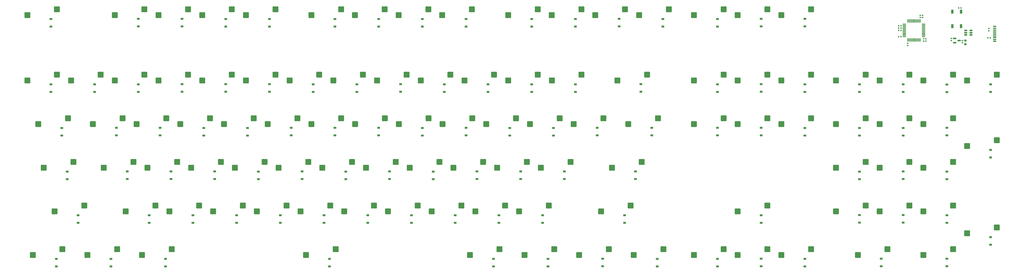
<source format=gbr>
%TF.GenerationSoftware,KiCad,Pcbnew,8.0.5*%
%TF.CreationDate,2025-06-07T17:07:02-07:00*%
%TF.ProjectId,Full Keyboard,46756c6c-204b-4657-9962-6f6172642e6b,2.0.0*%
%TF.SameCoordinates,Original*%
%TF.FileFunction,Paste,Bot*%
%TF.FilePolarity,Positive*%
%FSLAX46Y46*%
G04 Gerber Fmt 4.6, Leading zero omitted, Abs format (unit mm)*
G04 Created by KiCad (PCBNEW 8.0.5) date 2025-06-07 17:07:02*
%MOMM*%
%LPD*%
G01*
G04 APERTURE LIST*
G04 Aperture macros list*
%AMRoundRect*
0 Rectangle with rounded corners*
0 $1 Rounding radius*
0 $2 $3 $4 $5 $6 $7 $8 $9 X,Y pos of 4 corners*
0 Add a 4 corners polygon primitive as box body*
4,1,4,$2,$3,$4,$5,$6,$7,$8,$9,$2,$3,0*
0 Add four circle primitives for the rounded corners*
1,1,$1+$1,$2,$3*
1,1,$1+$1,$4,$5*
1,1,$1+$1,$6,$7*
1,1,$1+$1,$8,$9*
0 Add four rect primitives between the rounded corners*
20,1,$1+$1,$2,$3,$4,$5,0*
20,1,$1+$1,$4,$5,$6,$7,0*
20,1,$1+$1,$6,$7,$8,$9,0*
20,1,$1+$1,$8,$9,$2,$3,0*%
G04 Aperture macros list end*
%ADD10RoundRect,0.250000X-1.025000X-1.000000X1.025000X-1.000000X1.025000X1.000000X-1.025000X1.000000X0*%
%ADD11RoundRect,0.225000X0.375000X-0.225000X0.375000X0.225000X-0.375000X0.225000X-0.375000X-0.225000X0*%
%ADD12RoundRect,0.218750X0.256250X-0.218750X0.256250X0.218750X-0.256250X0.218750X-0.256250X-0.218750X0*%
%ADD13RoundRect,0.140000X-0.140000X-0.170000X0.140000X-0.170000X0.140000X0.170000X-0.140000X0.170000X0*%
%ADD14RoundRect,0.150000X-0.512500X-0.150000X0.512500X-0.150000X0.512500X0.150000X-0.512500X0.150000X0*%
%ADD15RoundRect,0.135000X0.185000X-0.135000X0.185000X0.135000X-0.185000X0.135000X-0.185000X-0.135000X0*%
%ADD16RoundRect,0.140000X0.170000X-0.140000X0.170000X0.140000X-0.170000X0.140000X-0.170000X-0.140000X0*%
%ADD17RoundRect,0.140000X-0.170000X0.140000X-0.170000X-0.140000X0.170000X-0.140000X0.170000X0.140000X0*%
%ADD18RoundRect,0.135000X0.135000X0.185000X-0.135000X0.185000X-0.135000X-0.185000X0.135000X-0.185000X0*%
%ADD19R,1.000000X1.700000*%
%ADD20R,1.450000X0.600000*%
%ADD21R,1.450000X0.300000*%
%ADD22RoundRect,0.075000X-0.662500X-0.075000X0.662500X-0.075000X0.662500X0.075000X-0.662500X0.075000X0*%
%ADD23RoundRect,0.075000X-0.075000X-0.662500X0.075000X-0.662500X0.075000X0.662500X-0.075000X0.662500X0*%
%ADD24RoundRect,0.135000X-0.135000X-0.185000X0.135000X-0.185000X0.135000X0.185000X-0.135000X0.185000X0*%
%ADD25RoundRect,0.140000X0.140000X0.170000X-0.140000X0.170000X-0.140000X-0.170000X0.140000X-0.170000X0*%
%ADD26RoundRect,0.150000X-0.587500X-0.150000X0.587500X-0.150000X0.587500X0.150000X-0.587500X0.150000X0*%
G04 APERTURE END LIST*
D10*
%TO.C,"3"1*%
X162809946Y-255620029D03*
X175736946Y-253080029D03*
%TD*%
%TO.C,F5*%
X229484946Y-227045029D03*
X242411946Y-224505029D03*
%TD*%
%TO.C,PgDn1*%
X434272446Y-274670029D03*
X447199446Y-272130029D03*
%TD*%
%TO.C,Space1*%
X227103696Y-331820029D03*
X240030696Y-329280029D03*
%TD*%
%TO.C,"0"1*%
X296159946Y-255620029D03*
X309086946Y-253080029D03*
%TD*%
%TO.C,LeftWin1*%
X131853696Y-331820029D03*
X144780696Y-329280029D03*
%TD*%
%TO.C,}1*%
X343784946Y-274670029D03*
X356711946Y-272130029D03*
%TD*%
%TO.C,Tilde1*%
X105659946Y-255620029D03*
X118586946Y-253080029D03*
%TD*%
%TO.C,End1*%
X415222446Y-274670029D03*
X428149446Y-272130029D03*
%TD*%
%TO.C,Num+1*%
X515234946Y-284195029D03*
X528161946Y-281655029D03*
%TD*%
%TO.C,;1*%
X310447446Y-293720029D03*
X323374446Y-291180029D03*
%TD*%
%TO.C,\u005C1*%
X367597446Y-274670029D03*
X380524446Y-272130029D03*
%TD*%
%TO.C,D105*%
X177097446Y-293720029D03*
X190024446Y-291180029D03*
%TD*%
%TO.C,"1"1*%
X124709946Y-255620029D03*
X137636946Y-253080029D03*
%TD*%
%TO.C,Backspace1*%
X362834946Y-255620029D03*
X375761946Y-253080029D03*
%TD*%
%TO.C,"8"1*%
X258059946Y-255620029D03*
X270986946Y-253080029D03*
%TD*%
%TO.C,RightControl1*%
X369978696Y-331820029D03*
X382905696Y-329280029D03*
%TD*%
%TO.C,LeftArrow1*%
X396172446Y-331820029D03*
X409099446Y-329280029D03*
%TD*%
%TO.C,PgUp1*%
X434272446Y-255620029D03*
X447199446Y-253080029D03*
%TD*%
%TO.C,J2*%
X253297446Y-293720029D03*
X266224446Y-291180029D03*
%TD*%
%TO.C,Num3*%
X496184946Y-312770029D03*
X509111946Y-310230029D03*
%TD*%
%TO.C,P1*%
X305684946Y-274670029D03*
X318611946Y-272130029D03*
%TD*%
%TO.C,Num.1*%
X496184946Y-331820029D03*
X509111946Y-329280029D03*
%TD*%
%TO.C,"4"1*%
X181859946Y-255620029D03*
X194786946Y-253080029D03*
%TD*%
%TO.C,Home1*%
X415222446Y-255620029D03*
X428149446Y-253080029D03*
%TD*%
%TO.C,Num-1*%
X515234946Y-255620029D03*
X528161946Y-253080029D03*
%TD*%
%TO.C,F10*%
X334209946Y-227045029D03*
X347136946Y-224505029D03*
%TD*%
%TO.C,F8*%
X286484946Y-227045029D03*
X299411946Y-224505029D03*
%TD*%
%TO.C,F4*%
X200909946Y-227045029D03*
X213836946Y-224505029D03*
%TD*%
%TO.C,"1*%
X329497446Y-293720029D03*
X342424446Y-291180029D03*
%TD*%
%TO.C,Func1*%
X143759946Y-227045029D03*
X156686946Y-224505029D03*
%TD*%
%TO.C,"5"1*%
X200909946Y-255620029D03*
X213836946Y-253080029D03*
%TD*%
%TO.C,"-"1*%
X315209946Y-255620029D03*
X328136946Y-253080029D03*
%TD*%
%TO.C,"6"1*%
X219959946Y-255620029D03*
X232886946Y-253080029D03*
%TD*%
%TO.C,F13*%
X196147446Y-293720029D03*
X209074446Y-291180029D03*
%TD*%
%TO.C,L1*%
X291397446Y-293720029D03*
X304324446Y-291180029D03*
%TD*%
%TO.C,Shift1*%
X117566196Y-312770029D03*
X130493196Y-310230029D03*
%TD*%
%TO.C,Delete1*%
X396172446Y-274670029D03*
X409099446Y-272130029D03*
%TD*%
%TO.C,Num9*%
X496184946Y-274670029D03*
X509111946Y-272130029D03*
%TD*%
%TO.C,F7*%
X267484946Y-227045029D03*
X280411946Y-224505029D03*
%TD*%
%TO.C,Menu1*%
X346166196Y-331820029D03*
X359093196Y-329280029D03*
%TD*%
%TO.C,Num6*%
X496184946Y-293720029D03*
X509111946Y-291180029D03*
%TD*%
%TO.C,NumEnter1*%
X515234946Y-322295029D03*
X528161946Y-319755029D03*
%TD*%
%TO.C,T1*%
X210434946Y-274670029D03*
X223361946Y-272130029D03*
%TD*%
%TO.C,F11*%
X353209946Y-227045029D03*
X366136946Y-224505029D03*
%TD*%
%TO.C,I1*%
X267584946Y-274670029D03*
X280511946Y-272130029D03*
%TD*%
%TO.C,Q1*%
X134234946Y-274670029D03*
X147161946Y-272130029D03*
%TD*%
%TO.C,{1*%
X324734946Y-274670029D03*
X337661946Y-272130029D03*
%TD*%
%TO.C,F9*%
X315209946Y-227045029D03*
X328136946Y-224505029D03*
%TD*%
%TO.C,G1*%
X215197446Y-293720029D03*
X228124446Y-291180029D03*
%TD*%
%TO.C,RightWin1*%
X322353696Y-331820029D03*
X335280696Y-329280029D03*
%TD*%
%TO.C,Num2*%
X477134946Y-312770029D03*
X490061946Y-310230029D03*
%TD*%
%TO.C,F3*%
X181859946Y-227045029D03*
X194786946Y-224505029D03*
%TD*%
%TO.C,RightShift1*%
X355691196Y-312770029D03*
X368618196Y-310230029D03*
%TD*%
%TO.C,O1*%
X286634946Y-274670029D03*
X299561946Y-272130029D03*
%TD*%
%TO.C,B1*%
X224722446Y-312770029D03*
X237649446Y-310230029D03*
%TD*%
%TO.C,Z1*%
X148522446Y-312770029D03*
X161449446Y-310230029D03*
%TD*%
%TO.C,K1*%
X272347446Y-293720029D03*
X285274446Y-291180029D03*
%TD*%
%TO.C,Y1*%
X229484946Y-274670029D03*
X242411946Y-272130029D03*
%TD*%
%TO.C,A1*%
X138997446Y-293720029D03*
X151924446Y-291180029D03*
%TD*%
%TO.C,>1*%
X300922446Y-312770029D03*
X313849446Y-310230029D03*
%TD*%
%TO.C,RightAlt1*%
X298541196Y-331820029D03*
X311468196Y-329280029D03*
%TD*%
%TO.C,"="1*%
X334259946Y-255620029D03*
X347186946Y-253080029D03*
%TD*%
%TO.C,"2"1*%
X143759946Y-255620029D03*
X156686946Y-253080029D03*
%TD*%
%TO.C,"7"1*%
X239009946Y-255620029D03*
X251936946Y-253080029D03*
%TD*%
%TO.C,Num8*%
X477134946Y-274670029D03*
X490061946Y-272130029D03*
%TD*%
%TO.C,H1*%
X234247446Y-293720029D03*
X247174446Y-291180029D03*
%TD*%
%TO.C,Enter1*%
X360453696Y-293720029D03*
X373380696Y-291180029D03*
%TD*%
%TO.C,"?"1*%
X319972446Y-312770029D03*
X332899446Y-310230029D03*
%TD*%
%TO.C,U2*%
X248534946Y-274670029D03*
X261461946Y-272130029D03*
%TD*%
%TO.C,Num/1*%
X477134946Y-255620029D03*
X490061946Y-253080029D03*
%TD*%
%TO.C,F2*%
X162809946Y-227045029D03*
X175736946Y-224505029D03*
%TD*%
%TO.C,Num7*%
X458084946Y-274670029D03*
X471011946Y-272130029D03*
%TD*%
%TO.C,UpArrow1*%
X415222446Y-312770029D03*
X428149446Y-310230029D03*
%TD*%
%TO.C,E1*%
X172334946Y-274670029D03*
X185261946Y-272130029D03*
%TD*%
%TO.C,"9"1*%
X277109946Y-255620029D03*
X290036946Y-253080029D03*
%TD*%
%TO.C,LeftAlt1*%
X155666196Y-331820029D03*
X168593196Y-329280029D03*
%TD*%
%TO.C,ESC1*%
X105659946Y-227045029D03*
X118586946Y-224505029D03*
%TD*%
%TO.C,W1*%
X153284946Y-274670029D03*
X166211946Y-272130029D03*
%TD*%
%TO.C,<1*%
X281872446Y-312770029D03*
X294799446Y-310230029D03*
%TD*%
%TO.C,PauseBreak1*%
X434272446Y-227045029D03*
X447199446Y-224505029D03*
%TD*%
%TO.C,M1*%
X262822446Y-312770029D03*
X275749446Y-310230029D03*
%TD*%
%TO.C,Num\u002A1*%
X496184946Y-255620029D03*
X509111946Y-253080029D03*
%TD*%
%TO.C,Num5*%
X477134946Y-293720029D03*
X490061946Y-291180029D03*
%TD*%
%TO.C,Num4*%
X458084946Y-293720029D03*
X471011946Y-291180029D03*
%TD*%
%TO.C,ScrollLock1*%
X415222446Y-227045029D03*
X428149446Y-224505029D03*
%TD*%
%TO.C,DownArrow1*%
X415222446Y-331820029D03*
X428149446Y-329280029D03*
%TD*%
%TO.C,V1*%
X205672446Y-312770029D03*
X218599446Y-310230029D03*
%TD*%
%TO.C,R4*%
X191384946Y-274670029D03*
X204311946Y-272130029D03*
%TD*%
%TO.C,Num1*%
X458084946Y-312770029D03*
X471011946Y-310230029D03*
%TD*%
%TO.C,X1*%
X167572446Y-312770029D03*
X180499446Y-310230029D03*
%TD*%
%TO.C,Num0*%
X467609946Y-331820029D03*
X480536946Y-329280029D03*
%TD*%
%TO.C,Tab1*%
X110422446Y-274670029D03*
X123349446Y-272130029D03*
%TD*%
%TO.C,CapsLock1*%
X112803696Y-293720029D03*
X125730696Y-291180029D03*
%TD*%
%TO.C,PrtSc1*%
X396172446Y-227045029D03*
X409099446Y-224505029D03*
%TD*%
%TO.C,F6*%
X248484946Y-227045029D03*
X261411946Y-224505029D03*
%TD*%
%TO.C,Insert1*%
X396172446Y-255620029D03*
X409099446Y-253080029D03*
%TD*%
%TO.C,LeftControl1*%
X108041196Y-331820029D03*
X120968196Y-329280029D03*
%TD*%
%TO.C,N1*%
X243772446Y-312770029D03*
X256699446Y-310230029D03*
%TD*%
%TO.C,F12*%
X372339946Y-227045029D03*
X385266946Y-224505029D03*
%TD*%
%TO.C,RightArrow1*%
X434272446Y-331820029D03*
X447199446Y-329280029D03*
%TD*%
%TO.C,NumLock1*%
X458084946Y-255620029D03*
X471011946Y-253080029D03*
%TD*%
%TO.C,S1*%
X158047446Y-293720029D03*
X170974446Y-291180029D03*
%TD*%
%TO.C,C1*%
X186622446Y-312770029D03*
X199549446Y-310230029D03*
%TD*%
D11*
%TO.C,D93*%
X142111246Y-336796529D03*
X142111246Y-333496529D03*
%TD*%
%TO.C,D20*%
X173065546Y-260538729D03*
X173065546Y-257238729D03*
%TD*%
%TO.C,D77*%
X177827746Y-317747729D03*
X177827746Y-314447729D03*
%TD*%
D12*
%TO.C,F1*%
X514479949Y-239746278D03*
X514479949Y-238171278D03*
%TD*%
D11*
%TO.C,D51*%
X377840146Y-279587529D03*
X377840146Y-276287529D03*
%TD*%
D13*
%TO.C,C17*%
X496312443Y-238390029D03*
X497272443Y-238390029D03*
%TD*%
D11*
%TO.C,D45*%
X258785146Y-279587529D03*
X258785146Y-276287529D03*
%TD*%
%TO.C,D81*%
X254022946Y-317747729D03*
X254022946Y-314447729D03*
%TD*%
%TO.C,D30*%
X373077946Y-260538729D03*
X373077946Y-257238729D03*
%TD*%
D14*
%TO.C,U4*%
X514657446Y-235685029D03*
X514657446Y-234735029D03*
X514657446Y-233785029D03*
X516932446Y-233785029D03*
X516932446Y-234735029D03*
X516932446Y-235685029D03*
%TD*%
D11*
%TO.C,D95*%
X237355246Y-336796529D03*
X237355246Y-333496529D03*
%TD*%
%TO.C,D53*%
X425462146Y-279587529D03*
X425462146Y-276287529D03*
%TD*%
%TO.C,D86*%
X365934646Y-317747729D03*
X365934646Y-314447729D03*
%TD*%
D15*
%TO.C,R2*%
X524694946Y-233925029D03*
X524694946Y-232905029D03*
%TD*%
D11*
%TO.C,D50*%
X354029146Y-279587529D03*
X354029146Y-276287529D03*
%TD*%
%TO.C,D70*%
X339742546Y-298636329D03*
X339742546Y-295336329D03*
%TD*%
%TO.C,D71*%
X370696846Y-298636329D03*
X370696846Y-295336329D03*
%TD*%
%TO.C,D91*%
X525468346Y-327272129D03*
X525468346Y-323972129D03*
%TD*%
%TO.C,D85*%
X330218146Y-317747729D03*
X330218146Y-314447729D03*
%TD*%
%TO.C,D2*%
X154016746Y-231965529D03*
X154016746Y-228665529D03*
%TD*%
%TO.C,D27*%
X306407146Y-260601329D03*
X306407146Y-257301329D03*
%TD*%
%TO.C,D66*%
X263547346Y-298636329D03*
X263547346Y-295336329D03*
%TD*%
%TO.C,D90*%
X506419546Y-317747729D03*
X506419546Y-314447729D03*
%TD*%
%TO.C,D9*%
X296882746Y-232028129D03*
X296882746Y-228728129D03*
%TD*%
%TO.C,D14*%
X425462146Y-231965529D03*
X425462146Y-228665529D03*
%TD*%
%TO.C,D92*%
X118300246Y-336796529D03*
X118300246Y-333496529D03*
%TD*%
%TO.C,D5*%
X211163146Y-232028129D03*
X211163146Y-228728129D03*
%TD*%
%TO.C,D47*%
X296882746Y-279587529D03*
X296882746Y-276287529D03*
%TD*%
%TO.C,D35*%
X487370746Y-260601329D03*
X487370746Y-257301329D03*
%TD*%
%TO.C,D65*%
X244498546Y-298698929D03*
X244498546Y-295398929D03*
%TD*%
%TO.C,D96*%
X308788246Y-336796529D03*
X308788246Y-333496529D03*
%TD*%
%TO.C,D28*%
X325455946Y-260601329D03*
X325455946Y-257301329D03*
%TD*%
%TO.C,D73*%
X506419546Y-298698929D03*
X506419546Y-295398929D03*
%TD*%
D13*
%TO.C,C14*%
X485467446Y-232735029D03*
X486427446Y-232735029D03*
%TD*%
D11*
%TO.C,D8*%
X277833946Y-232028129D03*
X277833946Y-228728129D03*
%TD*%
%TO.C,D33*%
X444510946Y-260601329D03*
X444510946Y-257301329D03*
%TD*%
%TO.C,D24*%
X249260746Y-260601329D03*
X249260746Y-257301329D03*
%TD*%
%TO.C,D36*%
X506419546Y-260663929D03*
X506419546Y-257363929D03*
%TD*%
%TO.C,D75*%
X127824646Y-317747729D03*
X127824646Y-314447729D03*
%TD*%
D16*
%TO.C,C13*%
X489319946Y-240337529D03*
X489319946Y-239377529D03*
%TD*%
D11*
%TO.C,D13*%
X406413346Y-232028129D03*
X406413346Y-228728129D03*
%TD*%
%TO.C,D54*%
X444510946Y-279650129D03*
X444510946Y-276350129D03*
%TD*%
%TO.C,D76*%
X158778946Y-317747729D03*
X158778946Y-314447729D03*
%TD*%
%TO.C,D88*%
X468321946Y-317685129D03*
X468321946Y-314385129D03*
%TD*%
%TO.C,D94*%
X165922246Y-336796529D03*
X165922246Y-333496529D03*
%TD*%
%TO.C,D68*%
X301644946Y-298636329D03*
X301644946Y-295336329D03*
%TD*%
%TO.C,D21*%
X192114346Y-260538729D03*
X192114346Y-257238729D03*
%TD*%
%TO.C,D42*%
X201638746Y-279650129D03*
X201638746Y-276350129D03*
%TD*%
%TO.C,D22*%
X211163146Y-260538729D03*
X211163146Y-257238729D03*
%TD*%
D17*
%TO.C,C12*%
X495802449Y-227132521D03*
X495802449Y-228092521D03*
%TD*%
D11*
%TO.C,D43*%
X220687546Y-279587529D03*
X220687546Y-276287529D03*
%TD*%
%TO.C,D23*%
X230211946Y-260601329D03*
X230211946Y-257301329D03*
%TD*%
%TO.C,D78*%
X196876546Y-317747729D03*
X196876546Y-314447729D03*
%TD*%
%TO.C,D39*%
X144492346Y-279587529D03*
X144492346Y-276287529D03*
%TD*%
%TO.C,D16*%
X382602346Y-232028129D03*
X382602346Y-228728129D03*
%TD*%
%TO.C,D56*%
X487370746Y-279650129D03*
X487370746Y-276350129D03*
%TD*%
D17*
%TO.C,C9*%
X508342449Y-237218780D03*
X508342449Y-238178780D03*
%TD*%
D11*
%TO.C,D46*%
X277833946Y-279650129D03*
X277833946Y-276350129D03*
%TD*%
%TO.C,D74*%
X468321946Y-298698929D03*
X468321946Y-295398929D03*
%TD*%
%TO.C,D34*%
X468321946Y-260601329D03*
X468321946Y-257301329D03*
%TD*%
%TO.C,D3*%
X173065546Y-231965529D03*
X173065546Y-228665529D03*
%TD*%
D18*
%TO.C,R3*%
X525317446Y-237010031D03*
X524297446Y-237010031D03*
%TD*%
D11*
%TO.C,D25*%
X268309546Y-260538729D03*
X268309546Y-257238729D03*
%TD*%
%TO.C,D1*%
X115919146Y-232028129D03*
X115919146Y-228728129D03*
%TD*%
%TO.C,D11*%
X344504746Y-232028129D03*
X344504746Y-228728129D03*
%TD*%
%TO.C,D79*%
X215925346Y-317747729D03*
X215925346Y-314447729D03*
%TD*%
D19*
%TO.C,SW1*%
X508782445Y-225572529D03*
X508782445Y-231872529D03*
X512582445Y-225572529D03*
X512582445Y-231872529D03*
%TD*%
D11*
%TO.C,D67*%
X282596146Y-298698929D03*
X282596146Y-295398929D03*
%TD*%
%TO.C,D101*%
X425462146Y-336733929D03*
X425462146Y-333433929D03*
%TD*%
%TO.C,D102*%
X444510946Y-336796529D03*
X444510946Y-333496529D03*
%TD*%
%TO.C,D44*%
X239736346Y-279587529D03*
X239736346Y-276287529D03*
%TD*%
D17*
%TO.C,C8*%
X513227449Y-238169780D03*
X513227449Y-239129780D03*
%TD*%
D11*
%TO.C,D52*%
X406413346Y-279587529D03*
X406413346Y-276287529D03*
%TD*%
%TO.C,D64*%
X225449746Y-298636329D03*
X225449746Y-295336329D03*
%TD*%
%TO.C,D97*%
X332599246Y-336796529D03*
X332599246Y-333496529D03*
%TD*%
%TO.C,D32*%
X425462146Y-260538729D03*
X425462146Y-257238729D03*
%TD*%
%TO.C,D60*%
X149254546Y-298636329D03*
X149254546Y-295336329D03*
%TD*%
%TO.C,D87*%
X425462146Y-317747729D03*
X425462146Y-314447729D03*
%TD*%
D17*
%TO.C,C11*%
X494819949Y-227132528D03*
X494819949Y-228092528D03*
%TD*%
D11*
%TO.C,D55*%
X468321946Y-279650129D03*
X468321946Y-276350129D03*
%TD*%
D20*
%TO.C,J1*%
X527274946Y-232010029D03*
X527274946Y-232810029D03*
D21*
X527274946Y-234010029D03*
X527274946Y-235010029D03*
X527274946Y-235510029D03*
X527274946Y-236510029D03*
D20*
X527274946Y-237710029D03*
X527274946Y-238510029D03*
X527274946Y-238510029D03*
X527274946Y-237710029D03*
D21*
X527274946Y-237010029D03*
X527274946Y-236010029D03*
X527274946Y-234510029D03*
X527274946Y-233510029D03*
D20*
X527274946Y-232810029D03*
X527274946Y-232010029D03*
%TD*%
D13*
%TO.C,C15*%
X485467445Y-231752529D03*
X486427445Y-231752529D03*
%TD*%
D11*
%TO.C,D41*%
X182589946Y-279650129D03*
X182589946Y-276350129D03*
%TD*%
%TO.C,D61*%
X168303346Y-298636329D03*
X168303346Y-295336329D03*
%TD*%
%TO.C,D58*%
X525468346Y-289174529D03*
X525468346Y-285874529D03*
%TD*%
%TO.C,D59*%
X123062446Y-298698929D03*
X123062446Y-295398929D03*
%TD*%
%TO.C,D103*%
X477846346Y-336733929D03*
X477846346Y-333433929D03*
%TD*%
%TO.C,D40*%
X163541146Y-279587529D03*
X163541146Y-276287529D03*
%TD*%
%TO.C,D100*%
X406413346Y-336796529D03*
X406413346Y-333496529D03*
%TD*%
D22*
%TO.C,U1*%
X487907446Y-236485029D03*
X487907446Y-235985029D03*
X487907446Y-235485029D03*
X487907446Y-234985029D03*
X487907446Y-234485029D03*
X487907446Y-233985029D03*
X487907446Y-233485029D03*
X487907446Y-232985029D03*
X487907446Y-232485029D03*
X487907446Y-231985029D03*
X487907446Y-231485029D03*
X487907446Y-230985029D03*
D23*
X489319946Y-229572529D03*
X489819946Y-229572529D03*
X490319946Y-229572529D03*
X490819946Y-229572529D03*
X491319946Y-229572529D03*
X491819946Y-229572529D03*
X492319946Y-229572529D03*
X492819946Y-229572529D03*
X493319946Y-229572529D03*
X493819946Y-229572529D03*
X494319946Y-229572529D03*
X494819946Y-229572529D03*
D22*
X496232446Y-230985029D03*
X496232446Y-231485029D03*
X496232446Y-231985029D03*
X496232446Y-232485029D03*
X496232446Y-232985029D03*
X496232446Y-233485029D03*
X496232446Y-233985029D03*
X496232446Y-234485029D03*
X496232446Y-234985029D03*
X496232446Y-235485029D03*
X496232446Y-235985029D03*
X496232446Y-236485029D03*
D23*
X494819946Y-237897529D03*
X494319946Y-237897529D03*
X493819946Y-237897529D03*
X493319946Y-237897529D03*
X492819946Y-237897529D03*
X492319946Y-237897529D03*
X491819946Y-237897529D03*
X491319946Y-237897529D03*
X490819946Y-237897529D03*
X490319946Y-237897529D03*
X489819946Y-237897529D03*
X489319946Y-237897529D03*
%TD*%
D11*
%TO.C,D80*%
X234974146Y-317747729D03*
X234974146Y-314447729D03*
%TD*%
%TO.C,D98*%
X356410246Y-336733929D03*
X356410246Y-333433929D03*
%TD*%
D24*
%TO.C,R1*%
X511559951Y-223940033D03*
X512579951Y-223940033D03*
%TD*%
D25*
%TO.C,C7*%
X486427446Y-233735028D03*
X485467446Y-233735028D03*
%TD*%
D11*
%TO.C,D89*%
X487370746Y-317685129D03*
X487370746Y-314385129D03*
%TD*%
%TO.C,D19*%
X154016746Y-260601329D03*
X154016746Y-257301329D03*
%TD*%
%TO.C,D99*%
X380221246Y-336796529D03*
X380221246Y-333496529D03*
%TD*%
D26*
%TO.C,U3*%
X509847449Y-239118780D03*
X509847449Y-237218780D03*
X511722449Y-238168780D03*
%TD*%
D11*
%TO.C,D12*%
X363553546Y-231965529D03*
X363553546Y-228665529D03*
%TD*%
D13*
%TO.C,C16*%
X496312445Y-237407536D03*
X497272445Y-237407536D03*
%TD*%
D11*
%TO.C,D26*%
X287358346Y-260601329D03*
X287358346Y-257301329D03*
%TD*%
%TO.C,D84*%
X311169346Y-317747729D03*
X311169346Y-314447729D03*
%TD*%
%TO.C,D38*%
X120681346Y-279650129D03*
X120681346Y-276350129D03*
%TD*%
%TO.C,D69*%
X320693746Y-298636329D03*
X320693746Y-295336329D03*
%TD*%
%TO.C,D7*%
X258785146Y-232028129D03*
X258785146Y-228728129D03*
%TD*%
%TO.C,D49*%
X334980346Y-279650129D03*
X334980346Y-276350129D03*
%TD*%
%TO.C,D31*%
X406413346Y-260601329D03*
X406413346Y-257301329D03*
%TD*%
%TO.C,D15*%
X444510946Y-231965529D03*
X444510946Y-228665529D03*
%TD*%
%TO.C,D10*%
X325455946Y-232028129D03*
X325455946Y-228728129D03*
%TD*%
D13*
%TO.C,C10*%
X485467445Y-236485028D03*
X486427445Y-236485028D03*
%TD*%
D11*
%TO.C,D83*%
X292120546Y-317747729D03*
X292120546Y-314447729D03*
%TD*%
%TO.C,D48*%
X315931546Y-279650129D03*
X315931546Y-276350129D03*
%TD*%
%TO.C,D4*%
X192114346Y-232028129D03*
X192114346Y-228728129D03*
%TD*%
%TO.C,D37*%
X525468346Y-260601329D03*
X525468346Y-257301329D03*
%TD*%
%TO.C,D104*%
X506419546Y-336733929D03*
X506419546Y-333433929D03*
%TD*%
%TO.C,D18*%
X134967946Y-260601329D03*
X134967946Y-257301329D03*
%TD*%
%TO.C,D6*%
X239736346Y-232028129D03*
X239736346Y-228728129D03*
%TD*%
%TO.C,D17*%
X115919146Y-260601329D03*
X115919146Y-257301329D03*
%TD*%
%TO.C,D82*%
X273071746Y-317747729D03*
X273071746Y-314447729D03*
%TD*%
%TO.C,D62*%
X187352146Y-298636329D03*
X187352146Y-295336329D03*
%TD*%
%TO.C,D63*%
X206400946Y-298698929D03*
X206400946Y-295398929D03*
%TD*%
%TO.C,D57*%
X506419546Y-279587529D03*
X506419546Y-276287529D03*
%TD*%
%TO.C,D72*%
X487370746Y-298636329D03*
X487370746Y-295336329D03*
%TD*%
%TO.C,D29*%
X344504746Y-260601329D03*
X344504746Y-257301329D03*
%TD*%
M02*

</source>
